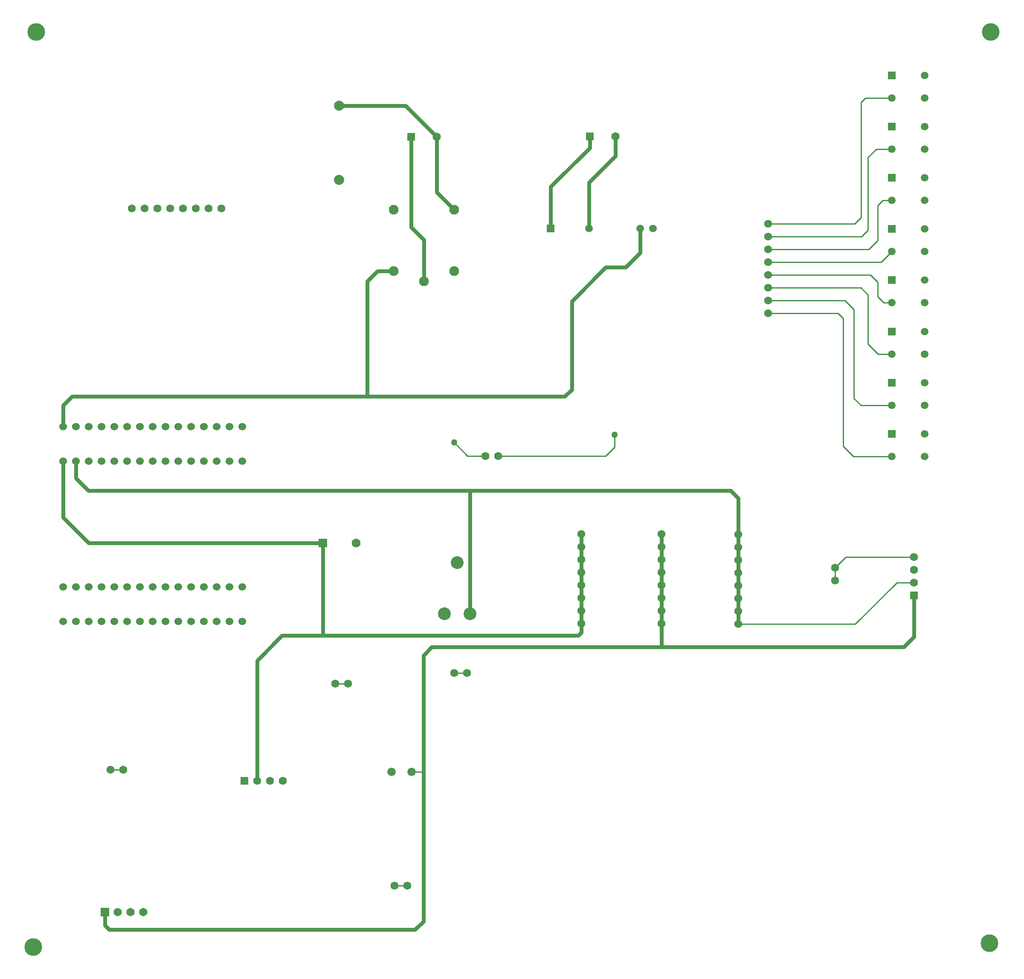
<source format=gbl>
G04*
G04 #@! TF.GenerationSoftware,Altium Limited,Altium Designer,23.1.1 (15)*
G04*
G04 Layer_Physical_Order=2*
G04 Layer_Color=16711680*
%FSLAX44Y44*%
%MOMM*%
G71*
G04*
G04 #@! TF.SameCoordinates,AA1C95EE-6770-4743-BBAD-D3AA2F0EE2A5*
G04*
G04*
G04 #@! TF.FilePolarity,Positive*
G04*
G01*
G75*
%ADD11C,0.2540*%
%ADD38C,1.7780*%
%ADD53C,0.7620*%
%ADD54C,1.6500*%
%ADD55R,1.6500X1.6500*%
%ADD56C,3.5000*%
%ADD57R,1.7780X1.7780*%
%ADD58C,1.9500*%
%ADD59C,1.6050*%
%ADD60C,1.5748*%
%ADD61C,2.5400*%
%ADD62C,1.4980*%
%ADD63R,1.4980X1.4980*%
%ADD64C,1.5300*%
%ADD65R,1.5080X1.5080*%
%ADD66C,1.5080*%
%ADD67R,1.6050X1.6050*%
%ADD68C,1.6510*%
%ADD69R,1.6510X1.6510*%
%ADD70C,2.0000*%
%ADD71C,1.6764*%
%ADD72R,1.6050X1.6050*%
%ADD73C,2.5000*%
%ADD74C,1.2700*%
D11*
X207010Y405130D02*
X232410D01*
X1644920Y780780D02*
Y806180D01*
X1452880Y694690D02*
X1685290D01*
X1767840Y777240D01*
X1802130D01*
X547370Y669290D02*
X628650D01*
X915670Y1028700D02*
X951230D01*
X889000Y1055370D02*
X915670Y1028700D01*
X1207770Y1046480D02*
Y1070610D01*
X1189990Y1028700D02*
X1207770Y1046480D01*
X976630Y1028700D02*
X1189990D01*
X1661160Y1047750D02*
Y1301750D01*
X1681640Y1027270D02*
X1757840D01*
X1661160Y1047750D02*
X1681640Y1027270D01*
X1651000Y1311910D02*
X1661160Y1301750D01*
X1512570Y1311910D02*
X1651000D01*
X1696880Y1128870D02*
X1757840D01*
X1682750Y1143000D02*
Y1319530D01*
Y1143000D02*
X1696880Y1128870D01*
X1664970Y1337310D02*
X1682750Y1319530D01*
X1512570Y1337310D02*
X1664970D01*
X1731010Y1230470D02*
X1757840D01*
X1710690Y1250790D02*
X1731010Y1230470D01*
X1710690Y1250790D02*
Y1348740D01*
X1696720Y1362710D02*
X1710690Y1348740D01*
X1512570Y1362710D02*
X1696720D01*
X1729740Y1344930D02*
Y1374140D01*
X1741330Y1333340D02*
X1757840D01*
X1729740Y1344930D02*
X1741330Y1333340D01*
X1715770Y1388110D02*
X1729740Y1374140D01*
X1512570Y1388110D02*
X1715770D01*
X1705450Y1739740D02*
X1757840D01*
X1696720Y1502410D02*
Y1731010D01*
X1705450Y1739740D01*
X1710690Y1621790D02*
X1727040Y1638140D01*
X1710690Y1477010D02*
Y1621790D01*
X1697990Y1464310D02*
X1710690Y1477010D01*
X1684020Y1489710D02*
X1696720Y1502410D01*
X1512570Y1489710D02*
X1684020D01*
X1727040Y1638140D02*
X1757840D01*
X1512570Y1464310D02*
X1697990D01*
X1729740Y1456690D02*
Y1526540D01*
X1739740Y1536540D02*
X1757840D01*
X1729740Y1526540D02*
X1739740Y1536540D01*
X1711960Y1438910D02*
X1729740Y1456690D01*
X1512570Y1438910D02*
X1711960D01*
X497840Y619760D02*
X547370Y669290D01*
X889270Y597170D02*
X914670D01*
X804860Y401320D02*
X828040D01*
X770890Y175260D02*
X796290D01*
X652780Y576580D02*
X678180D01*
X1644920Y806180D02*
X1666780Y828040D01*
X1802130D01*
X1736410Y1413510D02*
X1757840Y1434940D01*
X1512570Y1413510D02*
X1736410D01*
D38*
X694690Y855980D02*
D03*
D53*
X1080770Y1480850D02*
Y1563370D01*
X1158240Y1640840D01*
Y1663700D01*
X1209040Y1624330D02*
Y1663700D01*
X1156970Y1572260D02*
X1209040Y1624330D01*
X1156970Y1480850D02*
Y1572260D01*
X716280Y1146810D02*
X1108710D01*
X1122680Y1160780D01*
Y1336040D01*
X628650Y671830D02*
Y855980D01*
Y671830D02*
X1135380D01*
X547370D02*
X628650D01*
X497840Y619760D02*
Y622300D01*
X1141730Y678180D02*
Y695960D01*
X1135380Y671830D02*
X1141730Y678180D01*
X497840Y622300D02*
X547370Y671830D01*
X1301750Y648970D02*
X1781810D01*
X844550D02*
X1301750D01*
X1300480Y650240D02*
X1301750Y648970D01*
X1452880Y847090D02*
Y872490D01*
Y821690D02*
Y847090D01*
Y796290D02*
Y821690D01*
Y770890D02*
Y796290D01*
Y745490D02*
Y770890D01*
Y720090D02*
Y745490D01*
Y694690D02*
Y720090D01*
X1802130Y669290D02*
Y751840D01*
X1781810Y648970D02*
X1802130Y669290D01*
X1141730Y848360D02*
Y873760D01*
Y822960D02*
Y848360D01*
Y797560D02*
Y822960D01*
Y772160D02*
Y797560D01*
Y746760D02*
Y772160D01*
Y721360D02*
Y746760D01*
Y695960D02*
Y721360D01*
X1300480Y848360D02*
Y873760D01*
Y822960D02*
Y848360D01*
Y797560D02*
Y822960D01*
Y772160D02*
Y797560D01*
Y746760D02*
Y772160D01*
Y721360D02*
Y746760D01*
Y695960D02*
Y721360D01*
Y650240D02*
Y695960D01*
X828040Y401320D02*
Y632460D01*
Y104140D02*
Y401320D01*
Y632460D02*
X844550Y648970D01*
X920750Y715010D02*
Y960120D01*
X811530Y87630D02*
X828040Y104140D01*
X204470Y87630D02*
X811530D01*
X195580Y96520D02*
X204470Y87630D01*
X195580Y96520D02*
Y122530D01*
X113030Y906780D02*
Y1018540D01*
X163830Y855980D02*
X628650D01*
X113030Y906780D02*
X163830Y855980D01*
X138430Y984250D02*
X162560Y960120D01*
X716280Y1146810D02*
Y1375410D01*
X736560Y1395690D01*
X1258570Y1432560D02*
Y1480850D01*
X1229360Y1403350D02*
X1258570Y1432560D01*
X1189990Y1403350D02*
X1229360D01*
X1122680Y1336040D02*
X1189990Y1403350D01*
X130810Y1146810D02*
X716280D01*
X736560Y1395690D02*
X769310D01*
X113030Y1129030D02*
X130810Y1146810D01*
X113030Y1087120D02*
Y1129030D01*
X829310Y1375690D02*
Y1457960D01*
X803910Y1483360D02*
X829310Y1457960D01*
X803910Y1483360D02*
Y1662430D01*
X854710Y1552290D02*
X889310Y1517690D01*
X854710Y1552290D02*
Y1662430D01*
X497840Y383540D02*
Y619760D01*
X920750Y960120D02*
X1437640D01*
X162560D02*
X920750D01*
X1452880Y872490D02*
Y944880D01*
X1437640Y960120D02*
X1452880Y944880D01*
X138430Y984250D02*
Y1018540D01*
X660400Y1724660D02*
X792480D01*
X854710Y1662430D01*
D54*
X1209040Y1663700D02*
D03*
X854710Y1662430D02*
D03*
D55*
X1158240Y1663700D02*
D03*
X803910Y1662430D02*
D03*
D56*
X53340Y53340D02*
D03*
X1951990Y60960D02*
D03*
X1954530Y1870710D02*
D03*
X59690D02*
D03*
D57*
X628650Y855980D02*
D03*
D58*
X889310Y1517690D02*
D03*
X769310D02*
D03*
Y1395690D02*
D03*
X889310D02*
D03*
X829310Y1375690D02*
D03*
D59*
X207010Y405130D02*
D03*
X232410D02*
D03*
X652780Y576580D02*
D03*
X678180D02*
D03*
X770890Y175260D02*
D03*
X796290D02*
D03*
X951230Y1028700D02*
D03*
X976630D02*
D03*
X914670Y597170D02*
D03*
X889270D02*
D03*
X1644920Y806180D02*
D03*
Y780780D02*
D03*
X1802130Y828040D02*
D03*
Y802640D02*
D03*
Y777240D02*
D03*
X548640Y383540D02*
D03*
X523240D02*
D03*
X497840D02*
D03*
D60*
X1300480Y695960D02*
D03*
Y772160D02*
D03*
Y797560D02*
D03*
Y822960D02*
D03*
Y848360D02*
D03*
Y873760D02*
D03*
Y746760D02*
D03*
Y721360D02*
D03*
X1141730Y695960D02*
D03*
Y772160D02*
D03*
Y797560D02*
D03*
Y822960D02*
D03*
Y848360D02*
D03*
Y873760D02*
D03*
Y746760D02*
D03*
Y721360D02*
D03*
X1452880Y694690D02*
D03*
Y770890D02*
D03*
Y796290D02*
D03*
Y821690D02*
D03*
Y847090D02*
D03*
Y872490D02*
D03*
Y745490D02*
D03*
Y720090D02*
D03*
X426720Y1520190D02*
D03*
X350520D02*
D03*
X325120D02*
D03*
X299720D02*
D03*
X274320D02*
D03*
X248920D02*
D03*
X375920D02*
D03*
X401320D02*
D03*
X1512570Y1311910D02*
D03*
Y1388110D02*
D03*
Y1413510D02*
D03*
Y1438910D02*
D03*
Y1464310D02*
D03*
Y1489710D02*
D03*
Y1362710D02*
D03*
Y1337310D02*
D03*
D61*
X895350Y816610D02*
D03*
X869950Y715010D02*
D03*
X920750D02*
D03*
D62*
X1822840Y1581540D02*
D03*
Y1536540D02*
D03*
X1757840D02*
D03*
X1822840Y1479940D02*
D03*
Y1434940D02*
D03*
X1757840D02*
D03*
X1822840Y1378340D02*
D03*
Y1333340D02*
D03*
X1757840D02*
D03*
X1822840Y1173870D02*
D03*
Y1128870D02*
D03*
X1757840D02*
D03*
X1822840Y1072270D02*
D03*
Y1027270D02*
D03*
X1757840D02*
D03*
X1822840Y1683140D02*
D03*
Y1638140D02*
D03*
X1757840D02*
D03*
X1822840Y1784740D02*
D03*
Y1739740D02*
D03*
X1757840D02*
D03*
X1822840Y1275470D02*
D03*
Y1230470D02*
D03*
X1757840D02*
D03*
D63*
Y1581540D02*
D03*
Y1479940D02*
D03*
Y1378340D02*
D03*
Y1173870D02*
D03*
Y1072270D02*
D03*
Y1683140D02*
D03*
Y1784740D02*
D03*
Y1275470D02*
D03*
D64*
X468630Y699770D02*
D03*
X443230D02*
D03*
X417830D02*
D03*
X392430D02*
D03*
X367030D02*
D03*
X341630D02*
D03*
X316230D02*
D03*
X290830D02*
D03*
X265430D02*
D03*
X240030D02*
D03*
X214630D02*
D03*
X189230D02*
D03*
X163830D02*
D03*
X138430D02*
D03*
X113030D02*
D03*
Y768350D02*
D03*
X138430D02*
D03*
X163830D02*
D03*
X189230D02*
D03*
X214630D02*
D03*
X240030D02*
D03*
X265430D02*
D03*
X290830D02*
D03*
X316230D02*
D03*
X341630D02*
D03*
X367030D02*
D03*
X392430D02*
D03*
X417830D02*
D03*
X443230D02*
D03*
X468630D02*
D03*
Y1018540D02*
D03*
X443230D02*
D03*
X417830D02*
D03*
X392430D02*
D03*
X367030D02*
D03*
X341630D02*
D03*
X316230D02*
D03*
X290830D02*
D03*
X265430D02*
D03*
X240030D02*
D03*
X214630D02*
D03*
X189230D02*
D03*
X163830D02*
D03*
X138430D02*
D03*
X113030D02*
D03*
Y1087120D02*
D03*
X138430D02*
D03*
X163830D02*
D03*
X189230D02*
D03*
X214630D02*
D03*
X240030D02*
D03*
X265430D02*
D03*
X290830D02*
D03*
X316230D02*
D03*
X341630D02*
D03*
X367030D02*
D03*
X392430D02*
D03*
X417830D02*
D03*
X443230D02*
D03*
X468630D02*
D03*
D65*
X1080770Y1480850D02*
D03*
D66*
X1156970D02*
D03*
X1258570D02*
D03*
X1283970D02*
D03*
D67*
X1802130Y751840D02*
D03*
D68*
X271780Y122530D02*
D03*
X246380D02*
D03*
X220980D02*
D03*
D69*
X195580D02*
D03*
D70*
X660400Y1577340D02*
D03*
Y1724660D02*
D03*
D71*
X764860Y401320D02*
D03*
X804860D02*
D03*
D72*
X472440Y383540D02*
D03*
D73*
X53340Y53340D02*
D03*
X1951990Y60960D02*
D03*
X1954530Y1870710D02*
D03*
X59690D02*
D03*
D74*
X889000Y1055370D02*
D03*
X1207770Y1070610D02*
D03*
M02*

</source>
